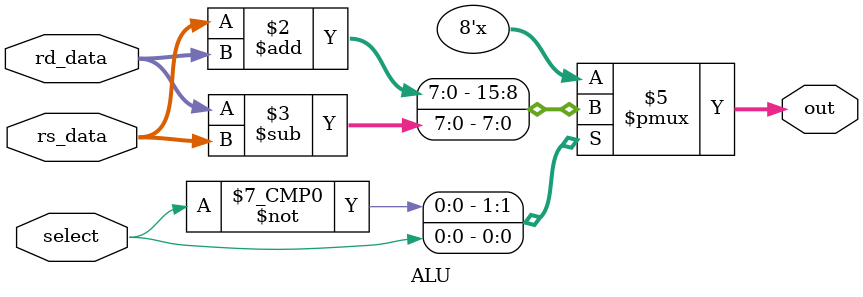
<source format=v>
/****************************************************************\
| Name of program: ALU.sv
| Author: AZ, JB, BM, BB
| Date Created: 03/29/2022
| Date last updated:
| Function: ALU functionality
| Modules: 8bit_ALU
\****************************************************************/

`timescale 1ns / 1ps

module ALU(out, rd_data, rs_data, select);
  input [7:0] rd_data, rs_data;  				// ALU 8-bit Inputs
  input select;
  output reg [7:0] out;
  
  initial begin
    out = 0;
  end
  
  always @(*)
    begin
      case(select)
        1'b0: 					// Addition
           out = rs_data + rd_data ; 
        1'b1: 					// Subtraction
           out = rd_data - rs_data ;
        //default: out = 8'b0 ; 
        
        endcase
    end
endmodule

</source>
